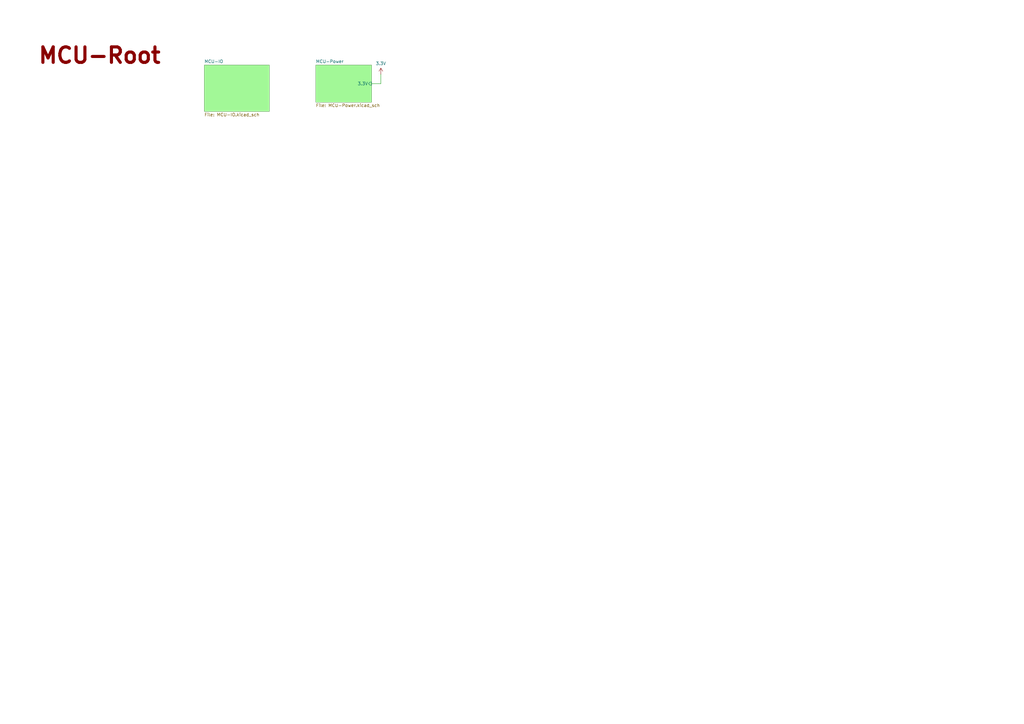
<source format=kicad_sch>
(kicad_sch (version 20250114) (generator "eeschema") (generator_version "9.0")
  (paper "A3")
  (lib_symbols
    (symbol "power:VCC" (power) (pin_numbers (hide yes)) (pin_names (offset 0) (hide yes))
      (property "Value" "VCC" (at 0 3.556 0))
      (symbol "VCC_0_1"
        (polyline (pts (xy -0.762 1.27) (xy 0 2.54)))
        (polyline (pts (xy 0 2.54) (xy 0.762 1.27)))
        (polyline (pts (xy 0 0) (xy 0 2.54)))
      )
      (symbol "VCC_1_1"
        (pin power_in line (at 0 0 90) (length 0) (name "~") (number "1"))
      )
    )
  )
  (text "MCU-Root" (at 15.24 26.67 0) (effects (font (size 6.35 6.35) (thickness 1.27) (bold yes)) (justify left bottom)))
  (wire (pts (xy 152.4 34.29) (xy 156.21 34.29)))
  (wire (pts (xy 156.21 30.48) (xy 156.21 34.29)))
  (symbol (lib_id "power:VCC") (at 156.21 30.48 0) (mirror y) (unit 1)
    (property "Reference" "#PWR013" (effects (hide yes)))
    (property "Value" "3.3V" (at 156.21 26.035 0))
    (property "Description" "Power symbol creates a global label with name \"VCC\"" (effects (hide yes)))
  )
  (sheet (at 83.82 26.67) (size 26.67 19.05) (stroke (width 0.1524) (color 91 140 85 1)) (fill (color 162 248 151 1.0000))
    (property "Sheetname" "MCU-IO" (at 83.82 25.9584 0) (effects (justify left bottom)))
    (property "Sheetfile" "MCU-IO.kicad_sch" (at 83.82 46.3046 0) (effects (justify left top)))
  )
  (sheet (at 129.54 26.67) (size 22.86 15.24) (stroke (width 0.1524) (color 91 140 85 1)) (fill (color 162 248 151 1.0000))
    (property "Sheetname" "MCU-Power" (at 129.54 25.9584 0) (effects (justify left bottom)))
    (property "Sheetfile" "MCU-Power.kicad_sch" (at 129.54 42.4946 0) (effects (justify left top)))
    (pin "3.3V" input (at 152.4 34.29 0))
  )
)
</source>
